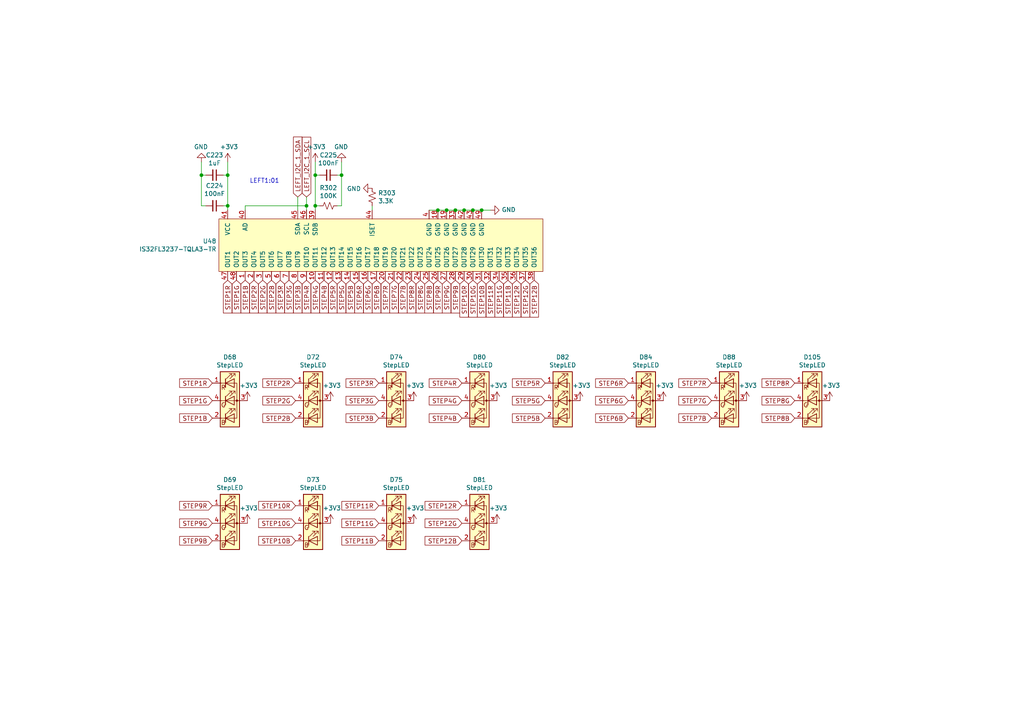
<source format=kicad_sch>
(kicad_sch (version 20210621) (generator eeschema)
  (paper "A4")
  (lib_symbols
    (symbol "Device:C_Small" (pin_numbers hide) (pin_names (offset 0.254) hide)
      (property "Reference" "C" (at 0.254 1.778 0))
      (property "Value" "C_Small" (at 0.254 -2.032 0))
      (symbol "C_Small_0_1"
        (polyline (pts (xy -1.524 -0.508) (xy 1.524 -0.508)) (stroke (width 0.3302)))
        (polyline (pts (xy -1.524 0.508) (xy 1.524 0.508)) (stroke (width 0.3048)))
      )
      (symbol "C_Small_1_1"
        (pin passive line (at 0 2.54 270) (length 2.032) (name "~") (number "1"))
        (pin passive line (at 0 -2.54 90) (length 2.032) (name "~") (number "2"))
      )
    )
    (symbol "Device:R_Small_US" (pin_numbers hide) (pin_names (offset 0.254) hide)
      (property "Reference" "R" (at 0.762 0.508 0))
      (property "Value" "R_Small_US" (at 0.762 -1.016 0))
      (symbol "R_Small_US_1_1"
        (polyline (pts (xy 0 0) (xy 1.016 -0.381) (xy 0 -0.762) (xy -1.016 -1.143) (xy 0 -1.524)))
        (polyline (pts (xy 0 1.524) (xy 1.016 1.143) (xy 0 0.762) (xy -1.016 0.381) (xy 0 0)))
        (pin passive line (at 0 2.54 270) (length 1.016) (name "~") (number "1"))
        (pin passive line (at 0 -2.54 90) (length 1.016) (name "~") (number "2"))
      )
    )
    (symbol "IS32FL3237:IS32FL3237-TQLA3-TR" (pin_names (offset 1.016))
      (property "Reference" "U" (at 0 0 0))
      (property "Value" "IS32FL3237-TQLA3-TR" (at 0 0 0))
      (symbol "IS32FL3237-TQLA3-TR_0_1"
        (rectangle (start -7.62 -2.54) (end 7.62 -96.52) (fill (type background)))
      )
      (symbol "IS32FL3237-TQLA3-TR_1_1"
        (pin output line (at 10.16 -10.16 180) (length 2.54) (name "OUT3") (number "1"))
        (pin output line (at 10.16 -30.48 180) (length 2.54) (name "OUT11") (number "10"))
        (pin output line (at 10.16 -33.02 180) (length 2.54) (name "OUT12") (number "11"))
        (pin output line (at 10.16 -35.56 180) (length 2.54) (name "OUT13") (number "12"))
        (pin output line (at 10.16 -38.1 180) (length 2.54) (name "OUT14") (number "13"))
        (pin output line (at 10.16 -40.64 180) (length 2.54) (name "OUT15") (number "14"))
        (pin output line (at 10.16 -43.18 180) (length 2.54) (name "OUT16") (number "15"))
        (pin output line (at 10.16 -45.72 180) (length 2.54) (name "OUT17") (number "16"))
        (pin output line (at 10.16 -48.26 180) (length 2.54) (name "OUT18") (number "17"))
        (pin power_in line (at -10.16 -66.04 0) (length 2.54) (name "GND") (number "18"))
        (pin power_in line (at -10.16 -68.58 0) (length 2.54) (name "GND") (number "19"))
        (pin output line (at 10.16 -12.7 180) (length 2.54) (name "OUT4") (number "2"))
        (pin output line (at 10.16 -50.8 180) (length 2.54) (name "OUT19") (number "20"))
        (pin output line (at 10.16 -53.34 180) (length 2.54) (name "OUT20") (number "21"))
        (pin output line (at 10.16 -55.88 180) (length 2.54) (name "OUT21") (number "22"))
        (pin output line (at 10.16 -58.42 180) (length 2.54) (name "OUT22") (number "23"))
        (pin output line (at 10.16 -60.96 180) (length 2.54) (name "OUT23") (number "24"))
        (pin output line (at 10.16 -63.5 180) (length 2.54) (name "OUT24") (number "25"))
        (pin output line (at 10.16 -66.04 180) (length 2.54) (name "OUT25") (number "26"))
        (pin output line (at 10.16 -68.58 180) (length 2.54) (name "OUT26") (number "27"))
        (pin output line (at 10.16 -71.12 180) (length 2.54) (name "OUT27") (number "28"))
        (pin output line (at 10.16 -73.66 180) (length 2.54) (name "OUT28") (number "29"))
        (pin output line (at 10.16 -15.24 180) (length 2.54) (name "OUT5") (number "3"))
        (pin output line (at 10.16 -76.2 180) (length 2.54) (name "OUT29") (number "30"))
        (pin output line (at 10.16 -78.74 180) (length 2.54) (name "OUT30") (number "31"))
        (pin output line (at 10.16 -81.28 180) (length 2.54) (name "OUT31") (number "32"))
        (pin power_in line (at -10.16 -71.12 0) (length 2.54) (name "GND") (number "33"))
        (pin output line (at 10.16 -83.82 180) (length 2.54) (name "OUT32") (number "34"))
        (pin output line (at 10.16 -86.36 180) (length 2.54) (name "OUT33") (number "35"))
        (pin output line (at 10.16 -88.9 180) (length 2.54) (name "OUT34") (number "36"))
        (pin output line (at 10.16 -91.44 180) (length 2.54) (name "OUT35") (number "37"))
        (pin output line (at 10.16 -93.98 180) (length 2.54) (name "OUT36") (number "38"))
        (pin input line (at -10.16 -30.48 0) (length 2.54) (name "SDB") (number "39"))
        (pin power_in line (at -10.16 -63.5 0) (length 2.54) (name "GND") (number "4"))
        (pin input line (at -10.16 -10.16 0) (length 2.54) (name "AD") (number "40"))
        (pin power_in line (at -10.16 -5.08 0) (length 2.54) (name "VCC") (number "41"))
        (pin power_in line (at -10.16 -73.66 0) (length 2.54) (name "GND") (number "42"))
        (pin power_in line (at -10.16 -76.2 0) (length 2.54) (name "GND") (number "43"))
        (pin input line (at -10.16 -46.99 0) (length 2.54) (name "ISET") (number "44"))
        (pin input line (at -10.16 -25.4 0) (length 2.54) (name "SDA") (number "45"))
        (pin input line (at -10.16 -27.94 0) (length 2.54) (name "SCL") (number "46"))
        (pin output line (at 10.16 -5.08 180) (length 2.54) (name "OUT1") (number "47"))
        (pin output line (at 10.16 -7.62 180) (length 2.54) (name "OUT2") (number "48"))
        (pin power_in line (at -10.16 -78.74 0) (length 2.54) (name "GND") (number "49"))
        (pin output line (at 10.16 -17.78 180) (length 2.54) (name "OUT6") (number "5"))
        (pin output line (at 10.16 -20.32 180) (length 2.54) (name "OUT7") (number "6"))
        (pin output line (at 10.16 -22.86 180) (length 2.54) (name "OUT8") (number "7"))
        (pin output line (at 10.16 -25.4 180) (length 2.54) (name "OUT9") (number "8"))
        (pin output line (at 10.16 -27.94 180) (length 2.54) (name "OUT10") (number "9"))
      )
    )
    (symbol "fm-b2020rgba-hg:FM-B2020RGBA-HG" (pin_names (offset 0) hide)
      (property "Reference" "D" (at 0 9.398 0))
      (property "Value" "FM-B2020RGBA-HG" (at 0 -8.89 0))
      (symbol "FM-B2020RGBA-HG_0_0"
        (text "B" (at -1.905 -6.35 0) (effects (font (size 1.27 1.27))))
        (text "G" (at -1.905 -1.27 0) (effects (font (size 1.27 1.27))))
        (text "R" (at -1.905 3.81 0) (effects (font (size 1.27 1.27))))
      )
      (symbol "FM-B2020RGBA-HG_0_1"
        (circle (center 2.032 0) (radius 0.254) (fill (type outline)))
        (rectangle (start 1.27 -1.27) (end 1.27 1.27))
        (rectangle (start 1.27 1.27) (end 1.27 1.27))
        (rectangle (start 1.27 3.81) (end 1.27 6.35))
        (rectangle (start 1.27 6.35) (end 1.27 6.35))
        (rectangle (start 2.794 8.382) (end -2.794 -7.62) (stroke (width 0.254)) (fill (type background)))
        (polyline (pts (xy -1.27 -5.08) (xy -2.54 -5.08)))
        (polyline (pts (xy -1.27 -5.08) (xy 1.27 -5.08)))
        (polyline (pts (xy -1.27 -3.81) (xy -1.27 -6.35)))
        (polyline (pts (xy -1.27 -3.81) (xy -1.27 -6.35)) (stroke (width 0.2032)))
        (polyline (pts (xy -1.27 0) (xy -2.54 0)))
        (polyline (pts (xy -1.27 0) (xy 1.27 0)))
        (polyline (pts (xy -1.27 1.27) (xy -1.27 -1.27)) (stroke (width 0.2032)))
        (polyline (pts (xy -1.27 5.08) (xy -2.54 5.08)))
        (polyline (pts (xy -1.27 6.35) (xy -1.27 3.81)) (stroke (width 0.2032)))
        (polyline (pts (xy 1.27 0) (xy 2.54 0)))
        (polyline (pts (xy 1.27 5.08) (xy -1.27 5.08)))
        (polyline (pts (xy -1.27 1.27) (xy -1.27 -1.27) (xy -1.27 -1.27)))
        (polyline (pts (xy -1.27 6.35) (xy -1.27 3.81) (xy -1.27 3.81)))
        (polyline (pts (xy 1.27 -5.08) (xy 2.032 -5.08) (xy 2.032 5.08) (xy 1.27 5.08)))
        (polyline (pts (xy 1.27 -3.81) (xy 1.27 -6.35) (xy -1.27 -5.08) (xy 1.27 -3.81)) (stroke (width 0.2032)))
        (polyline (pts (xy 1.27 1.27) (xy 1.27 -1.27) (xy -1.27 0) (xy 1.27 1.27)) (stroke (width 0.2032)))
        (polyline (pts (xy 1.27 6.35) (xy 1.27 3.81) (xy -1.27 5.08) (xy 1.27 6.35)) (stroke (width 0.2032)))
        (polyline (pts (xy -1.016 -3.81) (xy 0.508 -2.286) (xy -0.254 -2.286) (xy 0.508 -2.286) (xy 0.508 -3.048)))
        (polyline (pts (xy -1.016 1.27) (xy 0.508 2.794) (xy -0.254 2.794) (xy 0.508 2.794) (xy 0.508 2.032)))
        (polyline (pts (xy -1.016 6.35) (xy 0.508 7.874) (xy -0.254 7.874) (xy 0.508 7.874) (xy 0.508 7.112)))
        (polyline (pts (xy 0 -3.81) (xy 1.524 -2.286) (xy 0.762 -2.286) (xy 1.524 -2.286) (xy 1.524 -3.048)))
        (polyline (pts (xy 0 1.27) (xy 1.524 2.794) (xy 0.762 2.794) (xy 1.524 2.794) (xy 1.524 2.032)))
        (polyline (pts (xy 0 6.35) (xy 1.524 7.874) (xy 0.762 7.874) (xy 1.524 7.874) (xy 1.524 7.112)))
      )
      (symbol "FM-B2020RGBA-HG_1_1"
        (pin passive line (at -5.08 5.08 0) (length 2.54) (name "R-") (number "1"))
        (pin passive line (at -5.08 -5.08 0) (length 2.54) (name "B-") (number "2"))
        (pin passive line (at 5.08 0 180) (length 2.54) (name "+") (number "3"))
        (pin passive line (at -5.08 0 0) (length 2.54) (name "G-") (number "4"))
      )
    )
    (symbol "power:+3.3V" (power) (pin_names (offset 0))
      (property "Value" "+3.3V" (at 0 3.556 0))
      (symbol "+3.3V_0_1"
        (polyline (pts (xy -0.762 1.27) (xy 0 2.54)))
        (polyline (pts (xy 0 0) (xy 0 2.54)))
        (polyline (pts (xy 0 2.54) (xy 0.762 1.27)))
      )
      (symbol "+3.3V_1_1"
        (pin power_in line (at 0 0 90) (length 0) hide (name "+3V3") (number "1"))
      )
    )
    (symbol "power:GND" (power) (pin_names (offset 0))
      (property "Value" "GND" (at 0 -3.81 0))
      (symbol "GND_0_1"
        (polyline (pts (xy 0 0) (xy 0 -1.27) (xy 1.27 -1.27) (xy 0 -2.54) (xy -1.27 -1.27) (xy 0 -1.27)))
      )
      (symbol "GND_1_1"
        (pin power_in line (at 0 0 270) (length 0) hide (name "GND") (number "1"))
      )
    )
  )
  (junction (at 58.42 50.8))
  (junction (at 66.04 50.8))
  (junction (at 66.04 59.69))
  (junction (at 88.9 59.69))
  (junction (at 91.44 50.8))
  (junction (at 91.44 59.69))
  (junction (at 99.06 50.8))
  (junction (at 127 60.96))
  (junction (at 129.54 60.96))
  (junction (at 132.08 60.96))
  (junction (at 134.62 60.96))
  (junction (at 137.16 60.96))
  (junction (at 139.7 60.96))
  (wire (pts (xy 58.42 46.99) (xy 58.42 50.8)))
  (wire (pts (xy 58.42 50.8) (xy 58.42 59.69)))
  (wire (pts (xy 58.42 59.69) (xy 59.69 59.69)))
  (wire (pts (xy 59.69 50.8) (xy 58.42 50.8)))
  (wire (pts (xy 64.77 50.8) (xy 66.04 50.8)))
  (wire (pts (xy 64.77 59.69) (xy 66.04 59.69)))
  (wire (pts (xy 66.04 46.99) (xy 66.04 50.8)))
  (wire (pts (xy 66.04 50.8) (xy 66.04 59.69)))
  (wire (pts (xy 66.04 59.69) (xy 66.04 60.96)))
  (wire (pts (xy 71.12 59.69) (xy 88.9 59.69)))
  (wire (pts (xy 71.12 60.96) (xy 71.12 59.69)))
  (wire (pts (xy 86.36 57.15) (xy 86.36 60.96)))
  (wire (pts (xy 88.9 57.15) (xy 88.9 59.69)))
  (wire (pts (xy 88.9 59.69) (xy 88.9 60.96)))
  (wire (pts (xy 91.44 46.99) (xy 91.44 50.8)))
  (wire (pts (xy 91.44 50.8) (xy 91.44 59.69)))
  (wire (pts (xy 91.44 59.69) (xy 91.44 60.96)))
  (wire (pts (xy 92.71 50.8) (xy 91.44 50.8)))
  (wire (pts (xy 92.71 59.69) (xy 91.44 59.69)))
  (wire (pts (xy 97.79 50.8) (xy 99.06 50.8)))
  (wire (pts (xy 99.06 46.99) (xy 99.06 50.8)))
  (wire (pts (xy 99.06 50.8) (xy 99.06 59.69)))
  (wire (pts (xy 99.06 59.69) (xy 97.79 59.69)))
  (wire (pts (xy 107.95 59.69) (xy 107.95 60.96)))
  (wire (pts (xy 127 60.96) (xy 124.46 60.96)))
  (wire (pts (xy 129.54 60.96) (xy 127 60.96)))
  (wire (pts (xy 132.08 60.96) (xy 129.54 60.96)))
  (wire (pts (xy 134.62 60.96) (xy 132.08 60.96)))
  (wire (pts (xy 137.16 60.96) (xy 134.62 60.96)))
  (wire (pts (xy 139.7 60.96) (xy 137.16 60.96)))
  (wire (pts (xy 142.24 60.96) (xy 139.7 60.96)))
  (text "LEFT1:01" (at 72.39 53.34 0) (effects (font (size 1.27 1.27)) (justify left bottom)))
  (global_label "STEP1R" (shape input) (at 61.595 111.125 180) (property "Intersheet References" "${INTERSHEET_REFS}" (effects hide)))
  (global_label "STEP1G" (shape input) (at 61.595 116.205 180) (property "Intersheet References" "${INTERSHEET_REFS}" (effects hide)))
  (global_label "STEP1B" (shape input) (at 61.595 121.285 180) (property "Intersheet References" "${INTERSHEET_REFS}" (effects hide)))
  (global_label "STEP9R" (shape input) (at 61.595 146.685 180) (property "Intersheet References" "${INTERSHEET_REFS}" (effects hide)))
  (global_label "STEP9G" (shape input) (at 61.595 151.765 180) (property "Intersheet References" "${INTERSHEET_REFS}" (effects hide)))
  (global_label "STEP9B" (shape input) (at 61.595 156.845 180) (property "Intersheet References" "${INTERSHEET_REFS}" (effects hide)))
  (global_label "STEP1R" (shape input) (at 66.04 81.28 270) (property "Intersheet References" "${INTERSHEET_REFS}" (effects hide)))
  (global_label "STEP1G" (shape input) (at 68.58 81.28 270) (property "Intersheet References" "${INTERSHEET_REFS}" (effects hide)))
  (global_label "STEP1B" (shape input) (at 71.12 81.28 270) (property "Intersheet References" "${INTERSHEET_REFS}" (effects hide)))
  (global_label "STEP2R" (shape input) (at 73.66 81.28 270) (property "Intersheet References" "${INTERSHEET_REFS}" (effects hide)))
  (global_label "STEP2G" (shape input) (at 76.2 81.28 270) (property "Intersheet References" "${INTERSHEET_REFS}" (effects hide)))
  (global_label "STEP2B" (shape input) (at 78.74 81.28 270) (property "Intersheet References" "${INTERSHEET_REFS}" (effects hide)))
  (global_label "STEP3R" (shape input) (at 81.28 81.28 270) (property "Intersheet References" "${INTERSHEET_REFS}" (effects hide)))
  (global_label "STEP3G" (shape input) (at 83.82 81.28 270) (property "Intersheet References" "${INTERSHEET_REFS}" (effects hide)))
  (global_label "STEP2R" (shape input) (at 85.725 111.125 180) (property "Intersheet References" "${INTERSHEET_REFS}" (effects hide)))
  (global_label "STEP2G" (shape input) (at 85.725 116.205 180) (property "Intersheet References" "${INTERSHEET_REFS}" (effects hide)))
  (global_label "STEP2B" (shape input) (at 85.725 121.285 180) (property "Intersheet References" "${INTERSHEET_REFS}" (effects hide)))
  (global_label "STEP10R" (shape input) (at 85.725 146.685 180) (property "Intersheet References" "${INTERSHEET_REFS}" (effects hide)))
  (global_label "STEP10G" (shape input) (at 85.725 151.765 180) (property "Intersheet References" "${INTERSHEET_REFS}" (effects hide)))
  (global_label "STEP10B" (shape input) (at 85.725 156.845 180) (property "Intersheet References" "${INTERSHEET_REFS}" (effects hide)))
  (global_label "LEFT_I2C_1_SDA" (shape input) (at 86.36 57.15 90) (property "Intersheet References" "${INTERSHEET_REFS}" (effects hide)))
  (global_label "STEP3B" (shape input) (at 86.36 81.28 270) (property "Intersheet References" "${INTERSHEET_REFS}" (effects hide)))
  (global_label "LEFT_I2C_1_SCL" (shape input) (at 88.9 57.15 90) (property "Intersheet References" "${INTERSHEET_REFS}" (effects hide)))
  (global_label "STEP4R" (shape input) (at 88.9 81.28 270) (property "Intersheet References" "${INTERSHEET_REFS}" (effects hide)))
  (global_label "STEP4G" (shape input) (at 91.44 81.28 270) (property "Intersheet References" "${INTERSHEET_REFS}" (effects hide)))
  (global_label "STEP4B" (shape input) (at 93.98 81.28 270) (property "Intersheet References" "${INTERSHEET_REFS}" (effects hide)))
  (global_label "STEP5R" (shape input) (at 96.52 81.28 270) (property "Intersheet References" "${INTERSHEET_REFS}" (effects hide)))
  (global_label "STEP5G" (shape input) (at 99.06 81.28 270) (property "Intersheet References" "${INTERSHEET_REFS}" (effects hide)))
  (global_label "STEP5B" (shape input) (at 101.6 81.28 270) (property "Intersheet References" "${INTERSHEET_REFS}" (effects hide)))
  (global_label "STEP6R" (shape input) (at 104.14 81.28 270) (property "Intersheet References" "${INTERSHEET_REFS}" (effects hide)))
  (global_label "STEP6G" (shape input) (at 106.68 81.28 270) (property "Intersheet References" "${INTERSHEET_REFS}" (effects hide)))
  (global_label "STEP6B" (shape input) (at 109.22 81.28 270) (property "Intersheet References" "${INTERSHEET_REFS}" (effects hide)))
  (global_label "STEP3R" (shape input) (at 109.855 111.125 180) (property "Intersheet References" "${INTERSHEET_REFS}" (effects hide)))
  (global_label "STEP3G" (shape input) (at 109.855 116.205 180) (property "Intersheet References" "${INTERSHEET_REFS}" (effects hide)))
  (global_label "STEP3B" (shape input) (at 109.855 121.285 180) (property "Intersheet References" "${INTERSHEET_REFS}" (effects hide)))
  (global_label "STEP11R" (shape input) (at 109.855 146.685 180) (property "Intersheet References" "${INTERSHEET_REFS}" (effects hide)))
  (global_label "STEP11G" (shape input) (at 109.855 151.765 180) (property "Intersheet References" "${INTERSHEET_REFS}" (effects hide)))
  (global_label "STEP11B" (shape input) (at 109.855 156.845 180) (property "Intersheet References" "${INTERSHEET_REFS}" (effects hide)))
  (global_label "STEP7R" (shape input) (at 111.76 81.28 270) (property "Intersheet References" "${INTERSHEET_REFS}" (effects hide)))
  (global_label "STEP7G" (shape input) (at 114.3 81.28 270) (property "Intersheet References" "${INTERSHEET_REFS}" (effects hide)))
  (global_label "STEP7B" (shape input) (at 116.84 81.28 270) (property "Intersheet References" "${INTERSHEET_REFS}" (effects hide)))
  (global_label "STEP8R" (shape input) (at 119.38 81.28 270) (property "Intersheet References" "${INTERSHEET_REFS}" (effects hide)))
  (global_label "STEP8G" (shape input) (at 121.92 81.28 270) (property "Intersheet References" "${INTERSHEET_REFS}" (effects hide)))
  (global_label "STEP8B" (shape input) (at 124.46 81.28 270) (property "Intersheet References" "${INTERSHEET_REFS}" (effects hide)))
  (global_label "STEP9R" (shape input) (at 127 81.28 270) (property "Intersheet References" "${INTERSHEET_REFS}" (effects hide)))
  (global_label "STEP9G" (shape input) (at 129.54 81.28 270) (property "Intersheet References" "${INTERSHEET_REFS}" (effects hide)))
  (global_label "STEP9B" (shape input) (at 132.08 81.28 270) (property "Intersheet References" "${INTERSHEET_REFS}" (effects hide)))
  (global_label "STEP4R" (shape input) (at 133.985 111.125 180) (property "Intersheet References" "${INTERSHEET_REFS}" (effects hide)))
  (global_label "STEP4G" (shape input) (at 133.985 116.205 180) (property "Intersheet References" "${INTERSHEET_REFS}" (effects hide)))
  (global_label "STEP4B" (shape input) (at 133.985 121.285 180) (property "Intersheet References" "${INTERSHEET_REFS}" (effects hide)))
  (global_label "STEP12R" (shape input) (at 133.985 146.685 180) (property "Intersheet References" "${INTERSHEET_REFS}" (effects hide)))
  (global_label "STEP12G" (shape input) (at 133.985 151.765 180) (property "Intersheet References" "${INTERSHEET_REFS}" (effects hide)))
  (global_label "STEP12B" (shape input) (at 133.985 156.845 180) (property "Intersheet References" "${INTERSHEET_REFS}" (effects hide)))
  (global_label "STEP10R" (shape input) (at 134.62 81.28 270) (property "Intersheet References" "${INTERSHEET_REFS}" (effects hide)))
  (global_label "STEP10G" (shape input) (at 137.16 81.28 270) (property "Intersheet References" "${INTERSHEET_REFS}" (effects hide)))
  (global_label "STEP10B" (shape input) (at 139.7 81.28 270) (property "Intersheet References" "${INTERSHEET_REFS}" (effects hide)))
  (global_label "STEP11R" (shape input) (at 142.24 81.28 270) (property "Intersheet References" "${INTERSHEET_REFS}" (effects hide)))
  (global_label "STEP11G" (shape input) (at 144.78 81.28 270) (property "Intersheet References" "${INTERSHEET_REFS}" (effects hide)))
  (global_label "STEP11B" (shape input) (at 147.32 81.28 270) (property "Intersheet References" "${INTERSHEET_REFS}" (effects hide)))
  (global_label "STEP12R" (shape input) (at 149.86 81.28 270) (property "Intersheet References" "${INTERSHEET_REFS}" (effects hide)))
  (global_label "STEP12G" (shape input) (at 152.4 81.28 270) (property "Intersheet References" "${INTERSHEET_REFS}" (effects hide)))
  (global_label "STEP12B" (shape input) (at 154.94 81.28 270) (property "Intersheet References" "${INTERSHEET_REFS}" (effects hide)))
  (global_label "STEP5R" (shape input) (at 158.115 111.125 180) (property "Intersheet References" "${INTERSHEET_REFS}" (effects hide)))
  (global_label "STEP5G" (shape input) (at 158.115 116.205 180) (property "Intersheet References" "${INTERSHEET_REFS}" (effects hide)))
  (global_label "STEP5B" (shape input) (at 158.115 121.285 180) (property "Intersheet References" "${INTERSHEET_REFS}" (effects hide)))
  (global_label "STEP6R" (shape input) (at 182.245 111.125 180) (property "Intersheet References" "${INTERSHEET_REFS}" (effects hide)))
  (global_label "STEP6G" (shape input) (at 182.245 116.205 180) (property "Intersheet References" "${INTERSHEET_REFS}" (effects hide)))
  (global_label "STEP6B" (shape input) (at 182.245 121.285 180) (property "Intersheet References" "${INTERSHEET_REFS}" (effects hide)))
  (global_label "STEP7R" (shape input) (at 206.375 111.125 180) (property "Intersheet References" "${INTERSHEET_REFS}" (effects hide)))
  (global_label "STEP7G" (shape input) (at 206.375 116.205 180) (property "Intersheet References" "${INTERSHEET_REFS}" (effects hide)))
  (global_label "STEP7B" (shape input) (at 206.375 121.285 180) (property "Intersheet References" "${INTERSHEET_REFS}" (effects hide)))
  (global_label "STEP8R" (shape input) (at 230.505 111.125 180) (property "Intersheet References" "${INTERSHEET_REFS}" (effects hide)))
  (global_label "STEP8G" (shape input) (at 230.505 116.205 180) (property "Intersheet References" "${INTERSHEET_REFS}" (effects hide)))
  (global_label "STEP8B" (shape input) (at 230.505 121.285 180) (property "Intersheet References" "${INTERSHEET_REFS}" (effects hide)))
  (symbol (lib_id "power:+3.3V") (at 66.04 46.99 0) (unit 1)
    (property "Reference" "#PWR0653" (effects hide))
    (property "Value" "+3.3V" (at 66.421 42.5958 0))
  )
  (symbol (lib_id "power:+3.3V") (at 71.755 116.205 0) (unit 1)
    (property "Reference" "#PWR0492" (effects hide))
    (property "Value" "+3.3V" (at 72.136 111.8108 0))
  )
  (symbol (lib_id "power:+3.3V") (at 71.755 151.765 0) (unit 1)
    (property "Reference" "#PWR0531" (effects hide))
    (property "Value" "+3.3V" (at 72.136 147.3708 0))
  )
  (symbol (lib_id "power:+3.3V") (at 91.44 46.99 0) (unit 1)
    (property "Reference" "#PWR0650" (effects hide))
    (property "Value" "+3.3V" (at 91.821 42.5958 0))
  )
  (symbol (lib_id "power:+3.3V") (at 95.885 116.205 0) (unit 1)
    (property "Reference" "#PWR0494" (effects hide))
    (property "Value" "+3.3V" (at 96.266 111.8108 0))
  )
  (symbol (lib_id "power:+3.3V") (at 95.885 151.765 0) (unit 1)
    (property "Reference" "#PWR0533" (effects hide))
    (property "Value" "+3.3V" (at 96.266 147.3708 0))
  )
  (symbol (lib_id "power:+3.3V") (at 120.015 116.205 0) (unit 1)
    (property "Reference" "#PWR0500" (effects hide))
    (property "Value" "+3.3V" (at 120.396 111.8108 0))
  )
  (symbol (lib_id "power:+3.3V") (at 120.015 151.765 0) (unit 1)
    (property "Reference" "#PWR0535" (effects hide))
    (property "Value" "+3.3V" (at 120.396 147.3708 0))
  )
  (symbol (lib_id "power:+3.3V") (at 144.145 116.205 0) (unit 1)
    (property "Reference" "#PWR0504" (effects hide))
    (property "Value" "+3.3V" (at 144.526 111.8108 0))
  )
  (symbol (lib_id "power:+3.3V") (at 144.145 151.765 0) (unit 1)
    (property "Reference" "#PWR0537" (effects hide))
    (property "Value" "+3.3V" (at 144.526 147.3708 0))
  )
  (symbol (lib_id "power:+3.3V") (at 168.275 116.205 0) (unit 1)
    (property "Reference" "#PWR0506" (effects hide))
    (property "Value" "+3.3V" (at 168.656 111.8108 0))
  )
  (symbol (lib_id "power:+3.3V") (at 192.405 116.205 0) (unit 1)
    (property "Reference" "#PWR0525" (effects hide))
    (property "Value" "+3.3V" (at 192.786 111.8108 0))
  )
  (symbol (lib_id "power:+3.3V") (at 216.535 116.205 0) (unit 1)
    (property "Reference" "#PWR0527" (effects hide))
    (property "Value" "+3.3V" (at 216.916 111.8108 0))
  )
  (symbol (lib_id "power:+3.3V") (at 240.665 116.205 0) (unit 1)
    (property "Reference" "#PWR0529" (effects hide))
    (property "Value" "+3.3V" (at 241.046 111.8108 0))
  )
  (symbol (lib_id "power:GND") (at 58.42 46.99 180) (unit 1)
    (property "Reference" "#PWR0652" (effects hide))
    (property "Value" "GND" (at 58.293 42.5958 0))
  )
  (symbol (lib_id "power:GND") (at 99.06 46.99 180) (unit 1)
    (property "Reference" "#PWR0651" (effects hide))
    (property "Value" "GND" (at 98.933 42.5958 0))
  )
  (symbol (lib_id "power:GND") (at 107.95 54.61 270) (unit 1)
    (property "Reference" "#PWR0649" (effects hide))
    (property "Value" "GND" (at 104.6988 54.737 90) (effects (justify right)))
  )
  (symbol (lib_id "power:GND") (at 142.24 60.96 90) (unit 1)
    (property "Reference" "#PWR0648" (effects hide))
    (property "Value" "GND" (at 145.4912 60.833 90) (effects (justify right)))
  )
  (symbol (lib_id "Device:R_Small_US") (at 95.25 59.69 270) (unit 1)
    (property "Reference" "R302" (at 95.25 54.483 90))
    (property "Value" "100K" (at 95.25 56.7944 90))
    (property "Footprint" "Resistor_SMD:R_0402_1005Metric" (effects hide))
    (property "LCSC" " C25741" (effects hide))
  )
  (symbol (lib_id "Device:R_Small_US") (at 107.95 57.15 0) (unit 1)
    (property "Reference" "R303" (at 109.6772 55.9816 0) (effects (justify left)))
    (property "Value" "3.3K" (at 109.6772 58.293 0) (effects (justify left)))
    (property "Footprint" "Resistor_SMD:R_0402_1005Metric" (effects hide))
    (property "LCSC" "C25890" (effects hide))
  )
  (symbol (lib_id "Device:C_Small") (at 62.23 50.8 270) (unit 1)
    (property "Reference" "C223" (at 62.23 44.9834 90))
    (property "Value" "1uF" (at 62.23 47.2948 90))
    (property "Footprint" "Capacitor_SMD:C_0402_1005Metric" (effects hide))
    (property "LCSC" "C52923" (effects hide))
  )
  (symbol (lib_id "Device:C_Small") (at 62.23 59.69 270) (unit 1)
    (property "Reference" "C224" (at 62.23 53.8734 90))
    (property "Value" "100nF" (at 62.23 56.1848 90))
    (property "Footprint" "Capacitor_SMD:C_0402_1005Metric" (effects hide))
    (property "LCSC" "C1525" (effects hide))
  )
  (symbol (lib_id "Device:C_Small") (at 95.25 50.8 270) (unit 1)
    (property "Reference" "C225" (at 95.25 44.9834 90))
    (property "Value" "100nF" (at 95.25 47.2948 90))
    (property "Footprint" "Capacitor_SMD:C_0402_1005Metric" (effects hide))
    (property "LCSC" "C1525" (effects hide))
  )
  (symbol (lib_id "fm-b2020rgba-hg:FM-B2020RGBA-HG") (at 66.675 116.205 0) (unit 1)
    (property "Reference" "D68" (at 66.675 103.5812 0))
    (property "Value" "StepLED" (at 66.675 105.8926 0))
    (property "Footprint" "fm-b2020rgba-hg:FM-B2020RGBA-HG" (effects hide))
    (property "LCSC" "C108793" (effects hide))
  )
  (symbol (lib_id "fm-b2020rgba-hg:FM-B2020RGBA-HG") (at 66.675 151.765 0) (unit 1)
    (property "Reference" "D69" (at 66.675 139.1412 0))
    (property "Value" "StepLED" (at 66.675 141.4526 0))
    (property "Footprint" "fm-b2020rgba-hg:FM-B2020RGBA-HG" (effects hide))
    (property "LCSC" "C108793" (effects hide))
  )
  (symbol (lib_id "fm-b2020rgba-hg:FM-B2020RGBA-HG") (at 90.805 116.205 0) (unit 1)
    (property "Reference" "D72" (at 90.805 103.5812 0))
    (property "Value" "StepLED" (at 90.805 105.8926 0))
    (property "Footprint" "fm-b2020rgba-hg:FM-B2020RGBA-HG" (effects hide))
    (property "LCSC" "C108793" (effects hide))
  )
  (symbol (lib_id "fm-b2020rgba-hg:FM-B2020RGBA-HG") (at 90.805 151.765 0) (unit 1)
    (property "Reference" "D73" (at 90.805 139.1412 0))
    (property "Value" "StepLED" (at 90.805 141.4526 0))
    (property "Footprint" "fm-b2020rgba-hg:FM-B2020RGBA-HG" (effects hide))
    (property "LCSC" "C108793" (effects hide))
  )
  (symbol (lib_id "fm-b2020rgba-hg:FM-B2020RGBA-HG") (at 114.935 116.205 0) (unit 1)
    (property "Reference" "D74" (at 114.935 103.5812 0))
    (property "Value" "StepLED" (at 114.935 105.8926 0))
    (property "Footprint" "fm-b2020rgba-hg:FM-B2020RGBA-HG" (effects hide))
    (property "LCSC" "C108793" (effects hide))
  )
  (symbol (lib_id "fm-b2020rgba-hg:FM-B2020RGBA-HG") (at 114.935 151.765 0) (unit 1)
    (property "Reference" "D75" (at 114.935 139.1412 0))
    (property "Value" "StepLED" (at 114.935 141.4526 0))
    (property "Footprint" "fm-b2020rgba-hg:FM-B2020RGBA-HG" (effects hide))
    (property "LCSC" "C108793" (effects hide))
  )
  (symbol (lib_id "fm-b2020rgba-hg:FM-B2020RGBA-HG") (at 139.065 116.205 0) (unit 1)
    (property "Reference" "D80" (at 139.065 103.5812 0))
    (property "Value" "StepLED" (at 139.065 105.8926 0))
    (property "Footprint" "fm-b2020rgba-hg:FM-B2020RGBA-HG" (effects hide))
    (property "LCSC" "C108793" (effects hide))
  )
  (symbol (lib_id "fm-b2020rgba-hg:FM-B2020RGBA-HG") (at 139.065 151.765 0) (unit 1)
    (property "Reference" "D81" (at 139.065 139.1412 0))
    (property "Value" "StepLED" (at 139.065 141.4526 0))
    (property "Footprint" "fm-b2020rgba-hg:FM-B2020RGBA-HG" (effects hide))
    (property "LCSC" "C108793" (effects hide))
  )
  (symbol (lib_id "fm-b2020rgba-hg:FM-B2020RGBA-HG") (at 163.195 116.205 0) (unit 1)
    (property "Reference" "D82" (at 163.195 103.5812 0))
    (property "Value" "StepLED" (at 163.195 105.8926 0))
    (property "Footprint" "fm-b2020rgba-hg:FM-B2020RGBA-HG" (effects hide))
    (property "LCSC" "C108793" (effects hide))
  )
  (symbol (lib_id "fm-b2020rgba-hg:FM-B2020RGBA-HG") (at 187.325 116.205 0) (unit 1)
    (property "Reference" "D84" (at 187.325 103.5812 0))
    (property "Value" "StepLED" (at 187.325 105.8926 0))
    (property "Footprint" "fm-b2020rgba-hg:FM-B2020RGBA-HG" (effects hide))
    (property "LCSC" "C108793" (effects hide))
  )
  (symbol (lib_id "fm-b2020rgba-hg:FM-B2020RGBA-HG") (at 211.455 116.205 0) (unit 1)
    (property "Reference" "D88" (at 211.455 103.5812 0))
    (property "Value" "StepLED" (at 211.455 105.8926 0))
    (property "Footprint" "fm-b2020rgba-hg:FM-B2020RGBA-HG" (effects hide))
    (property "LCSC" "C108793" (effects hide))
  )
  (symbol (lib_id "fm-b2020rgba-hg:FM-B2020RGBA-HG") (at 235.585 116.205 0) (unit 1)
    (property "Reference" "D105" (at 235.585 103.5812 0))
    (property "Value" "StepLED" (at 235.585 105.8926 0))
    (property "Footprint" "fm-b2020rgba-hg:FM-B2020RGBA-HG" (effects hide))
    (property "LCSC" "C108793" (effects hide))
  )
  (symbol (lib_id "IS32FL3237:IS32FL3237-TQLA3-TR") (at 60.96 71.12 90) (mirror x) (unit 1)
    (property "Reference" "U48" (at 62.7888 69.9516 90) (effects (justify left)))
    (property "Value" "IS32FL3237-TQLA3-TR" (at 62.7888 72.263 90) (effects (justify left)))
    (property "Footprint" "Package_QFP:TQFP-48-1EP_7x7mm_P0.5mm_EP5x5mm" (effects hide))
  )
)
</source>
